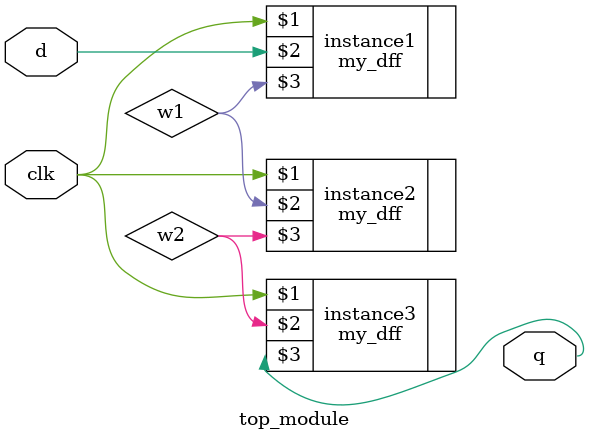
<source format=v>
module top_module ( input clk, input d, output q);
    wire w1, w2;
    my_dff instance1 ( clk, d, w1);
    my_dff instance2 ( clk, w1, w2);
    my_dff instance3 ( clk, w2, q);
endmodule
</source>
